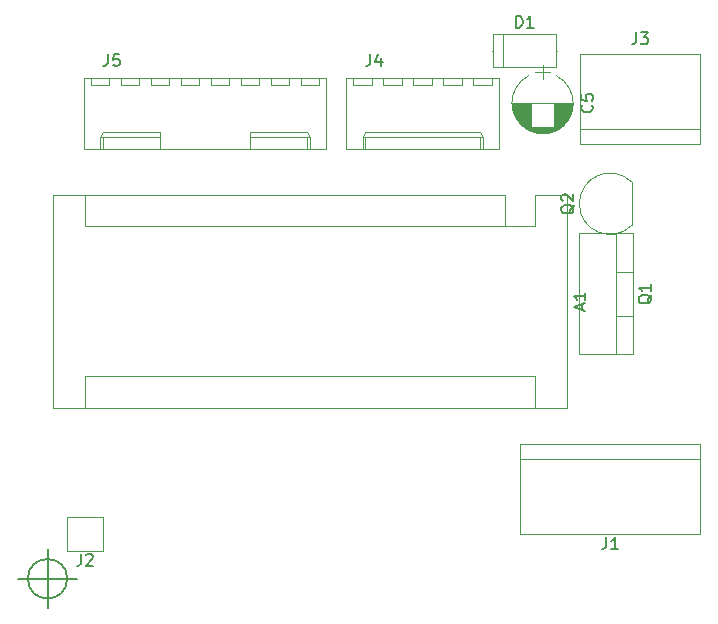
<source format=gbr>
G04 #@! TF.FileFunction,Legend,Top*
%FSLAX46Y46*%
G04 Gerber Fmt 4.6, Leading zero omitted, Abs format (unit mm)*
G04 Created by KiCad (PCBNEW 4.0.7) date 06/02/18 17:24:57*
%MOMM*%
%LPD*%
G01*
G04 APERTURE LIST*
%ADD10C,0.100000*%
%ADD11C,0.150000*%
%ADD12C,0.120000*%
G04 APERTURE END LIST*
D10*
D11*
X1666666Y0D02*
G75*
G03X1666666Y0I-1666666J0D01*
G01*
X-2500000Y0D02*
X2500000Y0D01*
X0Y2500000D02*
X0Y-2500000D01*
D12*
X38735000Y29845000D02*
X41275000Y29845000D01*
X41275000Y29845000D02*
X41275000Y32515000D01*
X38735000Y32515000D02*
X505000Y32515000D01*
X43945000Y32515000D02*
X41275000Y32515000D01*
X41275000Y17145000D02*
X41275000Y14475000D01*
X41275000Y17145000D02*
X3175000Y17145000D01*
X3175000Y17145000D02*
X3175000Y14475000D01*
X38735000Y29845000D02*
X38735000Y32515000D01*
X38735000Y29845000D02*
X3175000Y29845000D01*
X3175000Y29845000D02*
X3175000Y32515000D01*
X505000Y32515000D02*
X505000Y14475000D01*
X505000Y14475000D02*
X43945000Y14475000D01*
X43945000Y14475000D02*
X43945000Y32515000D01*
X55245000Y38100000D02*
X45085000Y38100000D01*
X55245000Y36830000D02*
X55245000Y44450000D01*
X55245000Y44450000D02*
X45085000Y44450000D01*
X45085000Y44450000D02*
X45085000Y36830000D01*
X45085000Y36830000D02*
X55245000Y36830000D01*
X49475000Y29950000D02*
X49475000Y33550000D01*
X49463478Y29911522D02*
G75*
G02X45025000Y31750000I-1838478J1838478D01*
G01*
X49463478Y33588478D02*
G75*
G03X45025000Y31750000I-1838478J-1838478D01*
G01*
X49610000Y29250000D02*
X49610000Y19010000D01*
X44969000Y29250000D02*
X44969000Y19010000D01*
X49610000Y29250000D02*
X44969000Y29250000D01*
X49610000Y19010000D02*
X44969000Y19010000D01*
X48100000Y29250000D02*
X48100000Y19010000D01*
X49610000Y25980000D02*
X48100000Y25980000D01*
X49610000Y22279000D02*
X48100000Y22279000D01*
X43089723Y37969278D02*
G75*
G03X43090000Y42580580I-1179723J2305722D01*
G01*
X40730277Y37969278D02*
G75*
G02X40730000Y42580580I1179723J2305722D01*
G01*
X40730277Y37969278D02*
G75*
G03X43090000Y37969420I1179723J2305722D01*
G01*
X44460000Y40275000D02*
X39360000Y40275000D01*
X44460000Y40235000D02*
X42890000Y40235000D01*
X40930000Y40235000D02*
X39360000Y40235000D01*
X44459000Y40195000D02*
X42890000Y40195000D01*
X40930000Y40195000D02*
X39361000Y40195000D01*
X44458000Y40155000D02*
X42890000Y40155000D01*
X40930000Y40155000D02*
X39362000Y40155000D01*
X44456000Y40115000D02*
X42890000Y40115000D01*
X40930000Y40115000D02*
X39364000Y40115000D01*
X44453000Y40075000D02*
X42890000Y40075000D01*
X40930000Y40075000D02*
X39367000Y40075000D01*
X44449000Y40035000D02*
X42890000Y40035000D01*
X40930000Y40035000D02*
X39371000Y40035000D01*
X44445000Y39995000D02*
X42890000Y39995000D01*
X40930000Y39995000D02*
X39375000Y39995000D01*
X44441000Y39955000D02*
X42890000Y39955000D01*
X40930000Y39955000D02*
X39379000Y39955000D01*
X44435000Y39915000D02*
X42890000Y39915000D01*
X40930000Y39915000D02*
X39385000Y39915000D01*
X44429000Y39875000D02*
X42890000Y39875000D01*
X40930000Y39875000D02*
X39391000Y39875000D01*
X44423000Y39835000D02*
X42890000Y39835000D01*
X40930000Y39835000D02*
X39397000Y39835000D01*
X44416000Y39795000D02*
X42890000Y39795000D01*
X40930000Y39795000D02*
X39404000Y39795000D01*
X44408000Y39755000D02*
X42890000Y39755000D01*
X40930000Y39755000D02*
X39412000Y39755000D01*
X44399000Y39715000D02*
X42890000Y39715000D01*
X40930000Y39715000D02*
X39421000Y39715000D01*
X44390000Y39675000D02*
X42890000Y39675000D01*
X40930000Y39675000D02*
X39430000Y39675000D01*
X44380000Y39635000D02*
X42890000Y39635000D01*
X40930000Y39635000D02*
X39440000Y39635000D01*
X44370000Y39595000D02*
X42890000Y39595000D01*
X40930000Y39595000D02*
X39450000Y39595000D01*
X44358000Y39554000D02*
X42890000Y39554000D01*
X40930000Y39554000D02*
X39462000Y39554000D01*
X44346000Y39514000D02*
X42890000Y39514000D01*
X40930000Y39514000D02*
X39474000Y39514000D01*
X44334000Y39474000D02*
X42890000Y39474000D01*
X40930000Y39474000D02*
X39486000Y39474000D01*
X44320000Y39434000D02*
X42890000Y39434000D01*
X40930000Y39434000D02*
X39500000Y39434000D01*
X44306000Y39394000D02*
X42890000Y39394000D01*
X40930000Y39394000D02*
X39514000Y39394000D01*
X44292000Y39354000D02*
X42890000Y39354000D01*
X40930000Y39354000D02*
X39528000Y39354000D01*
X44276000Y39314000D02*
X42890000Y39314000D01*
X40930000Y39314000D02*
X39544000Y39314000D01*
X44260000Y39274000D02*
X42890000Y39274000D01*
X40930000Y39274000D02*
X39560000Y39274000D01*
X44243000Y39234000D02*
X42890000Y39234000D01*
X40930000Y39234000D02*
X39577000Y39234000D01*
X44225000Y39194000D02*
X42890000Y39194000D01*
X40930000Y39194000D02*
X39595000Y39194000D01*
X44206000Y39154000D02*
X42890000Y39154000D01*
X40930000Y39154000D02*
X39614000Y39154000D01*
X44186000Y39114000D02*
X42890000Y39114000D01*
X40930000Y39114000D02*
X39634000Y39114000D01*
X44166000Y39074000D02*
X42890000Y39074000D01*
X40930000Y39074000D02*
X39654000Y39074000D01*
X44144000Y39034000D02*
X42890000Y39034000D01*
X40930000Y39034000D02*
X39676000Y39034000D01*
X44122000Y38994000D02*
X42890000Y38994000D01*
X40930000Y38994000D02*
X39698000Y38994000D01*
X44099000Y38954000D02*
X42890000Y38954000D01*
X40930000Y38954000D02*
X39721000Y38954000D01*
X44075000Y38914000D02*
X42890000Y38914000D01*
X40930000Y38914000D02*
X39745000Y38914000D01*
X44050000Y38874000D02*
X42890000Y38874000D01*
X40930000Y38874000D02*
X39770000Y38874000D01*
X44023000Y38834000D02*
X42890000Y38834000D01*
X40930000Y38834000D02*
X39797000Y38834000D01*
X43996000Y38794000D02*
X42890000Y38794000D01*
X40930000Y38794000D02*
X39824000Y38794000D01*
X43968000Y38754000D02*
X42890000Y38754000D01*
X40930000Y38754000D02*
X39852000Y38754000D01*
X43938000Y38714000D02*
X42890000Y38714000D01*
X40930000Y38714000D02*
X39882000Y38714000D01*
X43907000Y38674000D02*
X42890000Y38674000D01*
X40930000Y38674000D02*
X39913000Y38674000D01*
X43875000Y38634000D02*
X42890000Y38634000D01*
X40930000Y38634000D02*
X39945000Y38634000D01*
X43842000Y38594000D02*
X42890000Y38594000D01*
X40930000Y38594000D02*
X39978000Y38594000D01*
X43807000Y38554000D02*
X42890000Y38554000D01*
X40930000Y38554000D02*
X40013000Y38554000D01*
X43771000Y38514000D02*
X42890000Y38514000D01*
X40930000Y38514000D02*
X40049000Y38514000D01*
X43733000Y38474000D02*
X42890000Y38474000D01*
X40930000Y38474000D02*
X40087000Y38474000D01*
X43693000Y38434000D02*
X42890000Y38434000D01*
X40930000Y38434000D02*
X40127000Y38434000D01*
X43652000Y38394000D02*
X42890000Y38394000D01*
X40930000Y38394000D02*
X40168000Y38394000D01*
X43609000Y38354000D02*
X42890000Y38354000D01*
X40930000Y38354000D02*
X40211000Y38354000D01*
X43564000Y38314000D02*
X42890000Y38314000D01*
X40930000Y38314000D02*
X40256000Y38314000D01*
X43516000Y38274000D02*
X40304000Y38274000D01*
X43466000Y38234000D02*
X40354000Y38234000D01*
X43414000Y38194000D02*
X40406000Y38194000D01*
X43358000Y38154000D02*
X40462000Y38154000D01*
X43300000Y38114000D02*
X40520000Y38114000D01*
X43237000Y38074000D02*
X40583000Y38074000D01*
X43171000Y38034000D02*
X40649000Y38034000D01*
X43099000Y37994000D02*
X40721000Y37994000D01*
X43022000Y37954000D02*
X40798000Y37954000D01*
X42938000Y37914000D02*
X40882000Y37914000D01*
X42844000Y37874000D02*
X40976000Y37874000D01*
X42739000Y37834000D02*
X41081000Y37834000D01*
X42617000Y37794000D02*
X41203000Y37794000D01*
X42469000Y37754000D02*
X41351000Y37754000D01*
X42264000Y37714000D02*
X41556000Y37714000D01*
X41910000Y43475000D02*
X41910000Y42275000D01*
X42560000Y42875000D02*
X41260000Y42875000D01*
X37726000Y46114000D02*
X37726000Y43294000D01*
X37726000Y43294000D02*
X43046000Y43294000D01*
X43046000Y43294000D02*
X43046000Y46114000D01*
X43046000Y46114000D02*
X37726000Y46114000D01*
X37656000Y44704000D02*
X37726000Y44704000D01*
X43116000Y44704000D02*
X43046000Y44704000D01*
X38566000Y46114000D02*
X38566000Y43294000D01*
X55245000Y11430000D02*
X55245000Y3810000D01*
X40005000Y11430000D02*
X40005000Y3810000D01*
X55245000Y10160000D02*
X40005000Y10160000D01*
X55245000Y3810000D02*
X40005000Y3810000D01*
X55245000Y11430000D02*
X40005000Y11430000D01*
X25300000Y42390000D02*
X25300000Y36390000D01*
X25300000Y36390000D02*
X38200000Y36390000D01*
X38200000Y36390000D02*
X38200000Y42390000D01*
X38200000Y42390000D02*
X25300000Y42390000D01*
X26670000Y36390000D02*
X26670000Y37390000D01*
X26670000Y37390000D02*
X36830000Y37390000D01*
X36830000Y37390000D02*
X36830000Y36390000D01*
X26670000Y37390000D02*
X26920000Y37820000D01*
X26920000Y37820000D02*
X36580000Y37820000D01*
X36580000Y37820000D02*
X36830000Y37390000D01*
X26920000Y36390000D02*
X26920000Y37390000D01*
X36580000Y36390000D02*
X36580000Y37390000D01*
X25870000Y42390000D02*
X25870000Y41770000D01*
X25870000Y41770000D02*
X27470000Y41770000D01*
X27470000Y41770000D02*
X27470000Y42390000D01*
X28410000Y42390000D02*
X28410000Y41770000D01*
X28410000Y41770000D02*
X30010000Y41770000D01*
X30010000Y41770000D02*
X30010000Y42390000D01*
X30950000Y42390000D02*
X30950000Y41770000D01*
X30950000Y41770000D02*
X32550000Y41770000D01*
X32550000Y41770000D02*
X32550000Y42390000D01*
X33490000Y42390000D02*
X33490000Y41770000D01*
X33490000Y41770000D02*
X35090000Y41770000D01*
X35090000Y41770000D02*
X35090000Y42390000D01*
X36030000Y42390000D02*
X36030000Y41770000D01*
X36030000Y41770000D02*
X37630000Y41770000D01*
X37630000Y41770000D02*
X37630000Y42390000D01*
X3075000Y42390000D02*
X3075000Y36390000D01*
X3075000Y36390000D02*
X23595000Y36390000D01*
X23595000Y36390000D02*
X23595000Y42390000D01*
X23595000Y42390000D02*
X3075000Y42390000D01*
X4445000Y36390000D02*
X4445000Y37390000D01*
X4445000Y37390000D02*
X9525000Y37390000D01*
X9525000Y37390000D02*
X9525000Y36390000D01*
X4445000Y37390000D02*
X4695000Y37820000D01*
X4695000Y37820000D02*
X9525000Y37820000D01*
X9525000Y37820000D02*
X9525000Y37390000D01*
X4695000Y36390000D02*
X4695000Y37390000D01*
X22225000Y36390000D02*
X22225000Y37390000D01*
X22225000Y37390000D02*
X17145000Y37390000D01*
X17145000Y37390000D02*
X17145000Y36390000D01*
X22225000Y37390000D02*
X21975000Y37820000D01*
X21975000Y37820000D02*
X17145000Y37820000D01*
X17145000Y37820000D02*
X17145000Y37390000D01*
X21975000Y36390000D02*
X21975000Y37390000D01*
X3645000Y42390000D02*
X3645000Y41770000D01*
X3645000Y41770000D02*
X5245000Y41770000D01*
X5245000Y41770000D02*
X5245000Y42390000D01*
X6185000Y42390000D02*
X6185000Y41770000D01*
X6185000Y41770000D02*
X7785000Y41770000D01*
X7785000Y41770000D02*
X7785000Y42390000D01*
X8725000Y42390000D02*
X8725000Y41770000D01*
X8725000Y41770000D02*
X10325000Y41770000D01*
X10325000Y41770000D02*
X10325000Y42390000D01*
X11265000Y42390000D02*
X11265000Y41770000D01*
X11265000Y41770000D02*
X12865000Y41770000D01*
X12865000Y41770000D02*
X12865000Y42390000D01*
X13805000Y42390000D02*
X13805000Y41770000D01*
X13805000Y41770000D02*
X15405000Y41770000D01*
X15405000Y41770000D02*
X15405000Y42390000D01*
X16345000Y42390000D02*
X16345000Y41770000D01*
X16345000Y41770000D02*
X17945000Y41770000D01*
X17945000Y41770000D02*
X17945000Y42390000D01*
X18885000Y42390000D02*
X18885000Y41770000D01*
X18885000Y41770000D02*
X20485000Y41770000D01*
X20485000Y41770000D02*
X20485000Y42390000D01*
X21425000Y42390000D02*
X21425000Y41770000D01*
X21425000Y41770000D02*
X23025000Y41770000D01*
X23025000Y41770000D02*
X23025000Y42390000D01*
X1675000Y5210000D02*
X4675000Y5210000D01*
X4675000Y5210000D02*
X4675000Y2360000D01*
X1675000Y5210000D02*
X1675000Y2360000D01*
X1675000Y2360000D02*
X4675000Y2360000D01*
D11*
X45251667Y22780714D02*
X45251667Y23256905D01*
X45537381Y22685476D02*
X44537381Y23018809D01*
X45537381Y23352143D01*
X45537381Y24209286D02*
X45537381Y23637857D01*
X45537381Y23923571D02*
X44537381Y23923571D01*
X44680238Y23828333D01*
X44775476Y23733095D01*
X44823095Y23637857D01*
X49831667Y46267619D02*
X49831667Y45553333D01*
X49784047Y45410476D01*
X49688809Y45315238D01*
X49545952Y45267619D01*
X49450714Y45267619D01*
X50212619Y46267619D02*
X50831667Y46267619D01*
X50498333Y45886667D01*
X50641191Y45886667D01*
X50736429Y45839048D01*
X50784048Y45791429D01*
X50831667Y45696190D01*
X50831667Y45458095D01*
X50784048Y45362857D01*
X50736429Y45315238D01*
X50641191Y45267619D01*
X50355476Y45267619D01*
X50260238Y45315238D01*
X50212619Y45362857D01*
X44612619Y31654762D02*
X44565000Y31559524D01*
X44469762Y31464286D01*
X44326905Y31321429D01*
X44279286Y31226190D01*
X44279286Y31130952D01*
X44517381Y31178571D02*
X44469762Y31083333D01*
X44374524Y30988095D01*
X44184048Y30940476D01*
X43850714Y30940476D01*
X43660238Y30988095D01*
X43565000Y31083333D01*
X43517381Y31178571D01*
X43517381Y31369048D01*
X43565000Y31464286D01*
X43660238Y31559524D01*
X43850714Y31607143D01*
X44184048Y31607143D01*
X44374524Y31559524D01*
X44469762Y31464286D01*
X44517381Y31369048D01*
X44517381Y31178571D01*
X43612619Y31988095D02*
X43565000Y32035714D01*
X43517381Y32130952D01*
X43517381Y32369048D01*
X43565000Y32464286D01*
X43612619Y32511905D01*
X43707857Y32559524D01*
X43803095Y32559524D01*
X43945952Y32511905D01*
X44517381Y31940476D01*
X44517381Y32559524D01*
X51157619Y24034762D02*
X51110000Y23939524D01*
X51014762Y23844286D01*
X50871905Y23701429D01*
X50824286Y23606190D01*
X50824286Y23510952D01*
X51062381Y23558571D02*
X51014762Y23463333D01*
X50919524Y23368095D01*
X50729048Y23320476D01*
X50395714Y23320476D01*
X50205238Y23368095D01*
X50110000Y23463333D01*
X50062381Y23558571D01*
X50062381Y23749048D01*
X50110000Y23844286D01*
X50205238Y23939524D01*
X50395714Y23987143D01*
X50729048Y23987143D01*
X50919524Y23939524D01*
X51014762Y23844286D01*
X51062381Y23749048D01*
X51062381Y23558571D01*
X51062381Y24939524D02*
X51062381Y24368095D01*
X51062381Y24653809D02*
X50062381Y24653809D01*
X50205238Y24558571D01*
X50300476Y24463333D01*
X50348095Y24368095D01*
X46077143Y40108334D02*
X46124762Y40060715D01*
X46172381Y39917858D01*
X46172381Y39822620D01*
X46124762Y39679762D01*
X46029524Y39584524D01*
X45934286Y39536905D01*
X45743810Y39489286D01*
X45600952Y39489286D01*
X45410476Y39536905D01*
X45315238Y39584524D01*
X45220000Y39679762D01*
X45172381Y39822620D01*
X45172381Y39917858D01*
X45220000Y40060715D01*
X45267619Y40108334D01*
X45172381Y41013096D02*
X45172381Y40536905D01*
X45648571Y40489286D01*
X45600952Y40536905D01*
X45553333Y40632143D01*
X45553333Y40870239D01*
X45600952Y40965477D01*
X45648571Y41013096D01*
X45743810Y41060715D01*
X45981905Y41060715D01*
X46077143Y41013096D01*
X46124762Y40965477D01*
X46172381Y40870239D01*
X46172381Y40632143D01*
X46124762Y40536905D01*
X46077143Y40489286D01*
X39647905Y46661619D02*
X39647905Y47661619D01*
X39886000Y47661619D01*
X40028858Y47614000D01*
X40124096Y47518762D01*
X40171715Y47423524D01*
X40219334Y47233048D01*
X40219334Y47090190D01*
X40171715Y46899714D01*
X40124096Y46804476D01*
X40028858Y46709238D01*
X39886000Y46661619D01*
X39647905Y46661619D01*
X41171715Y46661619D02*
X40600286Y46661619D01*
X40886000Y46661619D02*
X40886000Y47661619D01*
X40790762Y47518762D01*
X40695524Y47423524D01*
X40600286Y47375905D01*
X47321667Y3517619D02*
X47321667Y2803333D01*
X47274047Y2660476D01*
X47178809Y2565238D01*
X47035952Y2517619D01*
X46940714Y2517619D01*
X48321667Y2517619D02*
X47750238Y2517619D01*
X48035952Y2517619D02*
X48035952Y3517619D01*
X47940714Y3374762D01*
X47845476Y3279524D01*
X47750238Y3231905D01*
X27336667Y44417619D02*
X27336667Y43703333D01*
X27289047Y43560476D01*
X27193809Y43465238D01*
X27050952Y43417619D01*
X26955714Y43417619D01*
X28241429Y44084286D02*
X28241429Y43417619D01*
X28003333Y44465238D02*
X27765238Y43750952D01*
X28384286Y43750952D01*
X5111667Y44417619D02*
X5111667Y43703333D01*
X5064047Y43560476D01*
X4968809Y43465238D01*
X4825952Y43417619D01*
X4730714Y43417619D01*
X6064048Y44417619D02*
X5587857Y44417619D01*
X5540238Y43941429D01*
X5587857Y43989048D01*
X5683095Y44036667D01*
X5921191Y44036667D01*
X6016429Y43989048D01*
X6064048Y43941429D01*
X6111667Y43846190D01*
X6111667Y43608095D01*
X6064048Y43512857D01*
X6016429Y43465238D01*
X5921191Y43417619D01*
X5683095Y43417619D01*
X5587857Y43465238D01*
X5540238Y43512857D01*
X2841667Y2107619D02*
X2841667Y1393333D01*
X2794047Y1250476D01*
X2698809Y1155238D01*
X2555952Y1107619D01*
X2460714Y1107619D01*
X3270238Y2012381D02*
X3317857Y2060000D01*
X3413095Y2107619D01*
X3651191Y2107619D01*
X3746429Y2060000D01*
X3794048Y2012381D01*
X3841667Y1917143D01*
X3841667Y1821905D01*
X3794048Y1679048D01*
X3222619Y1107619D01*
X3841667Y1107619D01*
M02*

</source>
